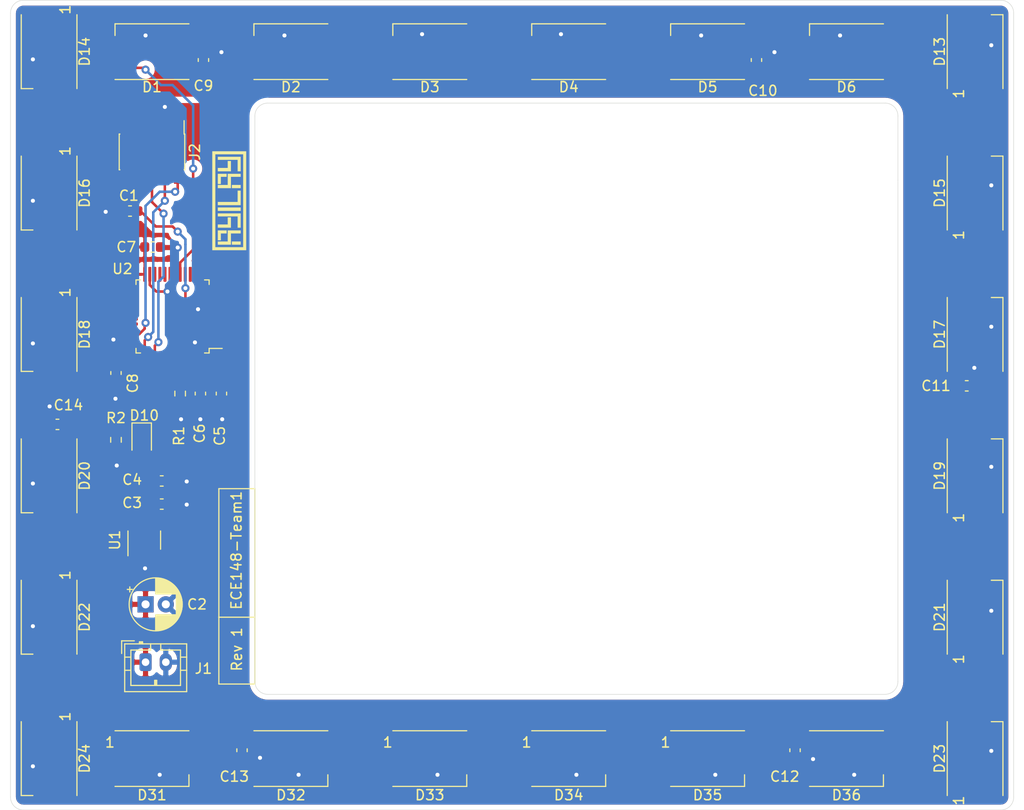
<source format=kicad_pcb>
(kicad_pcb (version 20171130) (host pcbnew 5.1.10)
  (layers (0 F.Cu signal) (31 B.Cu signal) (34 B.Paste user) (35 F.Paste user) (36 B.SilkS user) (37 F.SilkS user) (38 B.Mask user) (39 F.Mask user) (44 Edge.Cuts user))
  (net 0 "")
  (net 1 "Net-(D1-Pad2)")
  (net 2 /LED_DATA)
  (net 3 GND)
  (net 4 "Net-(D2-Pad2)")
  (net 5 "Net-(D3-Pad2)")
  (net 6 "Net-(D4-Pad2)")
  (net 7 "Net-(D5-Pad2)")
  (net 8 "Net-(D13-Pad2)")
  (net 9 "Net-(D14-Pad2)")
  (net 10 "Net-(D14-Pad4)")
  (net 11 "Net-(D15-Pad2)")
  (net 12 "Net-(D16-Pad4)")
  (net 13 "Net-(D17-Pad2)")
  (net 14 "Net-(D18-Pad4)")
  (net 15 "Net-(D19-Pad2)")
  (net 16 "Net-(D20-Pad4)")
  (net 17 "Net-(D21-Pad2)")
  (net 18 "Net-(D22-Pad4)")
  (net 19 "Net-(D23-Pad2)")
  (net 20 "Net-(D24-Pad4)")
  (net 21 "Net-(D31-Pad4)")
  (net 22 "Net-(D32-Pad4)")
  (net 23 "Net-(D33-Pad4)")
  (net 24 "Net-(D34-Pad4)")
  (net 25 "Net-(D35-Pad4)")
  (net 26 "Net-(D13-Pad4)")
  (net 27 VBUS)
  (net 28 "Net-(C3-Pad1)")
  (net 29 +3V3)
  (net 30 "Net-(D10-Pad1)")
  (net 31 /SWDIO)
  (net 32 /SWCLK)
  (net 33 /SWO)
  (net 34 "Net-(J2-Pad7)")
  (net 35 /nRST)
  (net 36 "Net-(R1-Pad2)")
  (net 37 "Net-(U2-Pad46)")
  (net 38 "Net-(U2-Pad45)")
  (net 39 "Net-(U2-Pad43)")
  (net 40 "Net-(U2-Pad42)")
  (net 41 "Net-(U2-Pad41)")
  (net 42 "Net-(U2-Pad40)")
  (net 43 "Net-(U2-Pad38)")
  (net 44 "Net-(U2-Pad33)")
  (net 45 "Net-(U2-Pad32)")
  (net 46 "Net-(U2-Pad31)")
  (net 47 "Net-(U2-Pad30)")
  (net 48 "Net-(U2-Pad29)")
  (net 49 "Net-(U2-Pad28)")
  (net 50 "Net-(U2-Pad27)")
  (net 51 "Net-(U2-Pad26)")
  (net 52 "Net-(U2-Pad25)")
  (net 53 "Net-(U2-Pad22)")
  (net 54 "Net-(U2-Pad21)")
  (net 55 "Net-(U2-Pad20)")
  (net 56 "Net-(U2-Pad19)")
  (net 57 "Net-(U2-Pad18)")
  (net 58 "Net-(U2-Pad16)")
  (net 59 "Net-(U2-Pad15)")
  (net 60 "Net-(U2-Pad14)")
  (net 61 "Net-(U2-Pad13)")
  (net 62 "Net-(U2-Pad12)")
  (net 63 "Net-(U2-Pad11)")
  (net 64 "Net-(U2-Pad10)")
  (net 65 "Net-(U2-Pad6)")
  (net 66 "Net-(U2-Pad5)")
  (net 67 "Net-(U2-Pad4)")
  (net 68 "Net-(U2-Pad3)")
  (net 69 "Net-(U2-Pad2)")
  (net 70 "Net-(J2-Pad9)")
  (net 71 "Net-(J2-Pad8)")
  (module logos:ayilay_logo_1300dpi (layer F.Cu) (at 53.34 47.752 90)
    (fp_text reference G*** hide)
    (fp_text value LOGO hide)
  )
  (module Package_QFP:LQFP-48_7x7mm_P0.5mm (layer F.Cu) (at 47.752 59.182 180)
    (fp_text reference U2 (at 4.953 4.699) (layer F.SilkS))
    (fp_text value STM32F103C8Tx)
    (pad 48 smd roundrect (at -2.75 -4.1625 180) (size 0.3 1.475) (layers F.Cu F.Paste F.Mask) (net 29 +3V3))
    (pad 47 smd roundrect (at -2.25 -4.1625 180) (size 0.3 1.475) (layers F.Cu F.Paste F.Mask) (net 3 GND))
    (pad 46 smd roundrect (at -1.75 -4.1625 180) (size 0.3 1.475) (layers F.Cu F.Paste F.Mask) (net 37 "Net-(U2-Pad46)"))
    (pad 45 smd roundrect (at -1.25 -4.1625 180) (size 0.3 1.475) (layers F.Cu F.Paste F.Mask) (net 38 "Net-(U2-Pad45)"))
    (pad 44 smd roundrect (at -0.75 -4.1625 180) (size 0.3 1.475) (layers F.Cu F.Paste F.Mask) (net 36 "Net-(R1-Pad2)"))
    (pad 43 smd roundrect (at -0.25 -4.1625 180) (size 0.3 1.475) (layers F.Cu F.Paste F.Mask) (net 39 "Net-(U2-Pad43)"))
    (pad 42 smd roundrect (at 0.25 -4.1625 180) (size 0.3 1.475) (layers F.Cu F.Paste F.Mask) (net 40 "Net-(U2-Pad42)"))
    (pad 41 smd roundrect (at 0.75 -4.1625 180) (size 0.3 1.475) (layers F.Cu F.Paste F.Mask) (net 41 "Net-(U2-Pad41)"))
    (pad 40 smd roundrect (at 1.25 -4.1625 180) (size 0.3 1.475) (layers F.Cu F.Paste F.Mask) (net 42 "Net-(U2-Pad40)"))
    (pad 39 smd roundrect (at 1.75 -4.1625 180) (size 0.3 1.475) (layers F.Cu F.Paste F.Mask) (net 33 /SWO))
    (pad 38 smd roundrect (at 2.25 -4.1625 180) (size 0.3 1.475) (layers F.Cu F.Paste F.Mask) (net 43 "Net-(U2-Pad38)"))
    (pad 37 smd roundrect (at 2.75 -4.1625 180) (size 0.3 1.475) (layers F.Cu F.Paste F.Mask) (net 32 /SWCLK))
    (pad 36 smd roundrect (at 4.1625 -2.75 180) (size 1.475 0.3) (layers F.Cu F.Paste F.Mask) (net 29 +3V3))
    (pad 35 smd roundrect (at 4.1625 -2.25 180) (size 1.475 0.3) (layers F.Cu F.Paste F.Mask) (net 3 GND))
    (pad 34 smd roundrect (at 4.1625 -1.75 180) (size 1.475 0.3) (layers F.Cu F.Paste F.Mask) (net 31 /SWDIO))
    (pad 33 smd roundrect (at 4.1625 -1.25 180) (size 1.475 0.3) (layers F.Cu F.Paste F.Mask) (net 44 "Net-(U2-Pad33)"))
    (pad 32 smd roundrect (at 4.1625 -0.75 180) (size 1.475 0.3) (layers F.Cu F.Paste F.Mask) (net 45 "Net-(U2-Pad32)"))
    (pad 31 smd roundrect (at 4.1625 -0.25 180) (size 1.475 0.3) (layers F.Cu F.Paste F.Mask) (net 46 "Net-(U2-Pad31)"))
    (pad 30 smd roundrect (at 4.1625 0.25 180) (size 1.475 0.3) (layers F.Cu F.Paste F.Mask) (net 47 "Net-(U2-Pad30)"))
    (pad 29 smd roundrect (at 4.1625 0.75 180) (size 1.475 0.3) (layers F.Cu F.Paste F.Mask) (net 48 "Net-(U2-Pad29)"))
    (pad 28 smd roundrect (at 4.1625 1.25 180) (size 1.475 0.3) (layers F.Cu F.Paste F.Mask) (net 49 "Net-(U2-Pad28)"))
    (pad 27 smd roundrect (at 4.1625 1.75 180) (size 1.475 0.3) (layers F.Cu F.Paste F.Mask) (net 50 "Net-(U2-Pad27)"))
    (pad 26 smd roundrect (at 4.1625 2.25 180) (size 1.475 0.3) (layers F.Cu F.Paste F.Mask) (net 51 "Net-(U2-Pad26)"))
    (pad 25 smd roundrect (at 4.1625 2.75 180) (size 1.475 0.3) (layers F.Cu F.Paste F.Mask) (net 52 "Net-(U2-Pad25)"))
    (pad 24 smd roundrect (at 2.75 4.1625 180) (size 0.3 1.475) (layers F.Cu F.Paste F.Mask) (net 29 +3V3))
    (pad 23 smd roundrect (at 2.25 4.1625 180) (size 0.3 1.475) (layers F.Cu F.Paste F.Mask) (net 3 GND))
    (pad 22 smd roundrect (at 1.75 4.1625 180) (size 0.3 1.475) (layers F.Cu F.Paste F.Mask) (net 53 "Net-(U2-Pad22)"))
    (pad 21 smd roundrect (at 1.25 4.1625 180) (size 0.3 1.475) (layers F.Cu F.Paste F.Mask) (net 54 "Net-(U2-Pad21)"))
    (pad 20 smd roundrect (at 0.75 4.1625 180) (size 0.3 1.475) (layers F.Cu F.Paste F.Mask) (net 55 "Net-(U2-Pad20)"))
    (pad 19 smd roundrect (at 0.25 4.1625 180) (size 0.3 1.475) (layers F.Cu F.Paste F.Mask) (net 56 "Net-(U2-Pad19)"))
    (pad 18 smd roundrect (at -0.25 4.1625 180) (size 0.3 1.475) (layers F.Cu F.Paste F.Mask) (net 57 "Net-(U2-Pad18)"))
    (pad 17 smd roundrect (at -0.75 4.1625 180) (size 0.3 1.475) (layers F.Cu F.Paste F.Mask) (net 2 /LED_DATA))
    (pad 16 smd roundrect (at -1.25 4.1625 180) (size 0.3 1.475) (layers F.Cu F.Paste F.Mask) (net 58 "Net-(U2-Pad16)"))
    (pad 15 smd roundrect (at -1.75 4.1625 180) (size 0.3 1.475) (layers F.Cu F.Paste F.Mask) (net 59 "Net-(U2-Pad15)"))
    (pad 14 smd roundrect (at -2.25 4.1625 180) (size 0.3 1.475) (layers F.Cu F.Paste F.Mask) (net 60 "Net-(U2-Pad14)"))
    (pad 13 smd roundrect (at -2.75 4.1625 180) (size 0.3 1.475) (layers F.Cu F.Paste F.Mask) (net 61 "Net-(U2-Pad13)"))
    (pad 12 smd roundrect (at -4.1625 2.75 180) (size 1.475 0.3) (layers F.Cu F.Paste F.Mask) (net 62 "Net-(U2-Pad12)"))
    (pad 11 smd roundrect (at -4.1625 2.25 180) (size 1.475 0.3) (layers F.Cu F.Paste F.Mask) (net 63 "Net-(U2-Pad11)"))
    (pad 10 smd roundrect (at -4.1625 1.75 180) (size 1.475 0.3) (layers F.Cu F.Paste F.Mask) (net 64 "Net-(U2-Pad10)"))
    (pad 9 smd roundrect (at -4.1625 1.25 180) (size 1.475 0.3) (layers F.Cu F.Paste F.Mask) (net 29 +3V3))
    (pad 8 smd roundrect (at -4.1625 0.75 180) (size 1.475 0.3) (layers F.Cu F.Paste F.Mask) (net 3 GND))
    (pad 7 smd roundrect (at -4.1625 0.25 180) (size 1.475 0.3) (layers F.Cu F.Paste F.Mask) (net 35 /nRST))
    (pad 6 smd roundrect (at -4.1625 -0.25 180) (size 1.475 0.3) (layers F.Cu F.Paste F.Mask) (net 65 "Net-(U2-Pad6)"))
    (pad 5 smd roundrect (at -4.1625 -0.75 180) (size 1.475 0.3) (layers F.Cu F.Paste F.Mask) (net 66 "Net-(U2-Pad5)"))
    (pad 4 smd roundrect (at -4.1625 -1.25 180) (size 1.475 0.3) (layers F.Cu F.Paste F.Mask) (net 67 "Net-(U2-Pad4)"))
    (pad 3 smd roundrect (at -4.1625 -1.75 180) (size 1.475 0.3) (layers F.Cu F.Paste F.Mask) (net 68 "Net-(U2-Pad3)"))
    (pad 2 smd roundrect (at -4.1625 -2.25 180) (size 1.475 0.3) (layers F.Cu F.Paste F.Mask) (net 69 "Net-(U2-Pad2)"))
    (pad 1 smd roundrect (at -4.1625 -2.75 180) (size 1.475 0.3) (layers F.Cu F.Paste F.Mask) (net 29 +3V3))
  )
  (module Connector_PinHeader_1.27mm:PinHeader_2x05_P1.27mm_Vertical_SMD (layer F.Cu) (at 45.72 42.926 270)
    (fp_text reference J2 (at 0 -4.235 90) (layer F.SilkS))
    (fp_text value Conn_02x05_Odd_Even)
    (pad 10 smd rect (at 1.95 2.54 270) (size 2.4 0.74) (layers F.Cu F.Paste F.Mask) (net 35 /nRST))
    (pad 9 smd rect (at -1.95 2.54 270) (size 2.4 0.74) (layers F.Cu F.Paste F.Mask) (net 70 "Net-(J2-Pad9)"))
    (pad 8 smd rect (at 1.95 1.27 270) (size 2.4 0.74) (layers F.Cu F.Paste F.Mask) (net 71 "Net-(J2-Pad8)"))
    (pad 7 smd rect (at -1.95 1.27 270) (size 2.4 0.74) (layers F.Cu F.Paste F.Mask) (net 34 "Net-(J2-Pad7)"))
    (pad 6 smd rect (at 1.95 0 270) (size 2.4 0.74) (layers F.Cu F.Paste F.Mask) (net 33 /SWO))
    (pad 5 smd rect (at -1.95 0 270) (size 2.4 0.74) (layers F.Cu F.Paste F.Mask) (net 3 GND))
    (pad 4 smd rect (at 1.95 -1.27 270) (size 2.4 0.74) (layers F.Cu F.Paste F.Mask) (net 32 /SWCLK))
    (pad 3 smd rect (at -1.95 -1.27 270) (size 2.4 0.74) (layers F.Cu F.Paste F.Mask) (net 3 GND))
    (pad 2 smd rect (at 1.95 -2.54 270) (size 2.4 0.74) (layers F.Cu F.Paste F.Mask) (net 31 /SWDIO))
    (pad 1 smd rect (at -1.95 -2.54 270) (size 2.4 0.74) (layers F.Cu F.Paste F.Mask) (net 29 +3V3))
  )
  (module LED_SMD:LED_WS2812B_PLCC4_5.0x5.0mm_P3.2mm (layer F.Cu) (at 86.868 102.87)
    (fp_text reference D34 (at 0 3.612) (layer F.SilkS))
    (fp_text value WS2812B)
    (fp_text user 1 (at -4.15 -1.6) (layer F.SilkS))
    (pad 1 smd rect (at -2.45 -1.6) (size 1.5 1) (layers F.Cu F.Paste F.Mask) (net 27 VBUS))
    (pad 2 smd rect (at -2.45 1.6) (size 1.5 1) (layers F.Cu F.Paste F.Mask) (net 23 "Net-(D33-Pad4)"))
    (pad 4 smd rect (at 2.45 -1.6) (size 1.5 1) (layers F.Cu F.Paste F.Mask) (net 24 "Net-(D34-Pad4)"))
    (pad 3 smd rect (at 2.45 1.6) (size 1.5 1) (layers F.Cu F.Paste F.Mask) (net 3 GND))
  )
  (module LED_SMD:LED_WS2812B_PLCC4_5.0x5.0mm_P3.2mm (layer F.Cu) (at 100.584 102.87)
    (fp_text reference D35 (at 0 3.612) (layer F.SilkS))
    (fp_text value WS2812B)
    (fp_text user 1 (at -4.15 -1.6) (layer F.SilkS))
    (pad 1 smd rect (at -2.45 -1.6) (size 1.5 1) (layers F.Cu F.Paste F.Mask) (net 27 VBUS))
    (pad 2 smd rect (at -2.45 1.6) (size 1.5 1) (layers F.Cu F.Paste F.Mask) (net 24 "Net-(D34-Pad4)"))
    (pad 4 smd rect (at 2.45 -1.6) (size 1.5 1) (layers F.Cu F.Paste F.Mask) (net 25 "Net-(D35-Pad4)"))
    (pad 3 smd rect (at 2.45 1.6) (size 1.5 1) (layers F.Cu F.Paste F.Mask) (net 3 GND))
  )
  (module LED_SMD:LED_WS2812B_PLCC4_5.0x5.0mm_P3.2mm (layer F.Cu) (at 73.152 102.87)
    (fp_text reference D33 (at 0 3.612) (layer F.SilkS))
    (fp_text value WS2812B)
    (fp_text user 1 (at -4.15 -1.6) (layer F.SilkS))
    (pad 1 smd rect (at -2.45 -1.6) (size 1.5 1) (layers F.Cu F.Paste F.Mask) (net 27 VBUS))
    (pad 2 smd rect (at -2.45 1.6) (size 1.5 1) (layers F.Cu F.Paste F.Mask) (net 22 "Net-(D32-Pad4)"))
    (pad 4 smd rect (at 2.45 -1.6) (size 1.5 1) (layers F.Cu F.Paste F.Mask) (net 23 "Net-(D33-Pad4)"))
    (pad 3 smd rect (at 2.45 1.6) (size 1.5 1) (layers F.Cu F.Paste F.Mask) (net 3 GND))
  )
  (module Capacitor_SMD:C_0603_1608Metric (layer F.Cu) (at 36.385 69.85 180)
    (fp_text reference C14 (at -1.08 1.905) (layer F.SilkS))
    (fp_text value 1u)
    (pad 2 smd roundrect (at 0.775 0 180) (size 0.9 0.95) (layers F.Cu F.Paste F.Mask) (net 3 GND))
    (pad 1 smd roundrect (at -0.775 0 180) (size 0.9 0.95) (layers F.Cu F.Paste F.Mask) (net 27 VBUS))
  )
  (module Capacitor_SMD:C_0603_1608Metric (layer F.Cu) (at 54.61 102.045 270)
    (fp_text reference C13 (at 2.603 0.762 180) (layer F.SilkS))
    (fp_text value 1u)
    (pad 2 smd roundrect (at 0.775 0 270) (size 0.9 0.95) (layers F.Cu F.Paste F.Mask) (net 3 GND))
    (pad 1 smd roundrect (at -0.775 0 270) (size 0.9 0.95) (layers F.Cu F.Paste F.Mask) (net 27 VBUS))
  )
  (module Capacitor_SMD:C_0603_1608Metric (layer F.Cu) (at 109.22 102.045 270)
    (fp_text reference C12 (at 2.603 1.016 180) (layer F.SilkS))
    (fp_text value 1u)
    (pad 2 smd roundrect (at 0.775 0 270) (size 0.9 0.95) (layers F.Cu F.Paste F.Mask) (net 3 GND))
    (pad 1 smd roundrect (at -0.775 0 270) (size 0.9 0.95) (layers F.Cu F.Paste F.Mask) (net 27 VBUS))
  )
  (module Capacitor_SMD:C_0603_1608Metric (layer F.Cu) (at 126.175 66.04)
    (fp_text reference C11 (at -3.035 0) (layer F.SilkS))
    (fp_text value 1u)
    (pad 2 smd roundrect (at 0.775 0) (size 0.9 0.95) (layers F.Cu F.Paste F.Mask) (net 3 GND))
    (pad 1 smd roundrect (at -0.775 0) (size 0.9 0.95) (layers F.Cu F.Paste F.Mask) (net 27 VBUS))
  )
  (module Capacitor_SMD:C_0603_1608Metric (layer F.Cu) (at 105.41 33.845 90)
    (fp_text reference C10 (at -3.035 0.635 180) (layer F.SilkS))
    (fp_text value 1u)
    (pad 2 smd roundrect (at 0.775 0 90) (size 0.9 0.95) (layers F.Cu F.Paste F.Mask) (net 3 GND))
    (pad 1 smd roundrect (at -0.775 0 90) (size 0.9 0.95) (layers F.Cu F.Paste F.Mask) (net 27 VBUS))
  )
  (module Capacitor_THT:CP_Radial_D5.0mm_P2.00mm (layer F.Cu) (at 45.085 87.63)
    (fp_text reference C2 (at 5.08 0) (layer F.SilkS))
    (fp_text value 100u)
    (pad 2 thru_hole circle (at 2 0) (size 1.6 1.6) (drill 0.8) (layers *.Cu *.Mask) (net 3 GND))
    (pad 1 thru_hole rect (at 0 0) (size 1.6 1.6) (drill 0.8) (layers *.Cu *.Mask) (net 27 VBUS))
  )
  (module Capacitor_SMD:C_0603_1608Metric (layer F.Cu) (at 50.8 33.845 90)
    (fp_text reference C9 (at -2.54 0 180) (layer F.SilkS))
    (fp_text value 1u)
    (pad 2 smd roundrect (at 0.775 0 90) (size 0.9 0.95) (layers F.Cu F.Paste F.Mask) (net 3 GND))
    (pad 1 smd roundrect (at -0.775 0 90) (size 0.9 0.95) (layers F.Cu F.Paste F.Mask) (net 27 VBUS))
  )
  (module Package_TO_SOT_SMD:SOT-23-5 (layer F.Cu) (at 44.958 81.28 90)
    (fp_text reference U1 (at 0 -2.9 90) (layer F.SilkS))
    (fp_text value MIC5219-3.3YM5)
    (pad 5 smd rect (at 1.1 -0.95 90) (size 1.06 0.65) (layers F.Cu F.Paste F.Mask) (net 29 +3V3))
    (pad 4 smd rect (at 1.1 0.95 90) (size 1.06 0.65) (layers F.Cu F.Paste F.Mask) (net 28 "Net-(C3-Pad1)"))
    (pad 3 smd rect (at -1.1 0.95 90) (size 1.06 0.65) (layers F.Cu F.Paste F.Mask) (net 27 VBUS))
    (pad 2 smd rect (at -1.1 0 90) (size 1.06 0.65) (layers F.Cu F.Paste F.Mask) (net 3 GND))
    (pad 1 smd rect (at -1.1 -0.95 90) (size 1.06 0.65) (layers F.Cu F.Paste F.Mask) (net 27 VBUS))
  )
  (module Resistor_SMD:R_0603_1608Metric (layer F.Cu) (at 42.164 71.374 270)
    (fp_text reference R2 (at -2.159 0) (layer F.SilkS))
    (fp_text value 1K)
    (pad 2 smd roundrect (at 0.825 0 270) (size 0.8 0.95) (layers F.Cu F.Paste F.Mask) (net 3 GND))
    (pad 1 smd roundrect (at -0.825 0 270) (size 0.8 0.95) (layers F.Cu F.Paste F.Mask) (net 30 "Net-(D10-Pad1)"))
  )
  (module Resistor_SMD:R_0603_1608Metric (layer F.Cu) (at 48.502 66.802 90)
    (fp_text reference R1 (at -4.191 -0.115 90) (layer F.SilkS))
    (fp_text value 10K)
    (pad 2 smd roundrect (at 0.825 0 90) (size 0.8 0.95) (layers F.Cu F.Paste F.Mask) (net 36 "Net-(R1-Pad2)"))
    (pad 1 smd roundrect (at -0.825 0 90) (size 0.8 0.95) (layers F.Cu F.Paste F.Mask) (net 3 GND))
  )
  (module Connector_JST:JST_PH_B2B-PH-K_1x02_P2.00mm_Vertical (layer F.Cu) (at 45.085 93.345)
    (fp_text reference J1 (at 5.715 0.635) (layer F.SilkS))
    (fp_text value Conn_01x02)
    (pad 2 thru_hole oval (at 2 0) (size 1.2 1.75) (drill 0.75) (layers *.Cu *.Mask) (net 3 GND))
    (pad 1 thru_hole roundrect (at 0 0) (size 1.2 1.75) (drill 0.75) (layers *.Cu *.Mask) (roundrect_rratio 0.2083325) (net 27 VBUS))
  )
  (module LED_SMD:LED_0805_2012Metric (layer F.Cu) (at 44.704 71.394 270)
    (fp_text reference D10 (at -2.433 -0.254 180) (layer F.SilkS))
    (fp_text value LED)
    (pad 2 smd roundrect (at 0.9375 0 270) (size 0.975 1.4) (layers F.Cu F.Paste F.Mask) (net 29 +3V3))
    (pad 1 smd roundrect (at -0.9375 0 270) (size 0.975 1.4) (layers F.Cu F.Paste F.Mask) (net 30 "Net-(D10-Pad1)"))
  )
  (module Capacitor_SMD:C_0603_1608Metric (layer F.Cu) (at 42.164 64.77 270)
    (fp_text reference C8 (at 1.016 -1.651 90) (layer F.SilkS))
    (fp_text value 100n)
    (pad 2 smd roundrect (at 0.775 0 270) (size 0.9 0.95) (layers F.Cu F.Paste F.Mask) (net 3 GND))
    (pad 1 smd roundrect (at -0.775 0 270) (size 0.9 0.95) (layers F.Cu F.Paste F.Mask) (net 29 +3V3))
  )
  (module Capacitor_SMD:C_0603_1608Metric (layer F.Cu) (at 45.777 52.324)
    (fp_text reference C7 (at -2.597 0) (layer F.SilkS))
    (fp_text value 100n)
    (pad 2 smd roundrect (at 0.775 0) (size 0.9 0.95) (layers F.Cu F.Paste F.Mask) (net 3 GND))
    (pad 1 smd roundrect (at -0.775 0) (size 0.9 0.95) (layers F.Cu F.Paste F.Mask) (net 29 +3V3))
  )
  (module Capacitor_SMD:C_0603_1608Metric (layer F.Cu) (at 50.502 66.802 270)
    (fp_text reference C6 (at 3.937 0.083 90) (layer F.SilkS))
    (fp_text value 100n)
    (pad 2 smd roundrect (at 0.775 0 270) (size 0.9 0.95) (layers F.Cu F.Paste F.Mask) (net 3 GND))
    (pad 1 smd roundrect (at -0.775 0 270) (size 0.9 0.95) (layers F.Cu F.Paste F.Mask) (net 29 +3V3))
  )
  (module Capacitor_SMD:C_0603_1608Metric (layer F.Cu) (at 52.578 66.802 270)
    (fp_text reference C5 (at 4.191 0.171 90) (layer F.SilkS))
    (fp_text value 100n)
    (pad 2 smd roundrect (at 0.775 0 270) (size 0.9 0.95) (layers F.Cu F.Paste F.Mask) (net 3 GND))
    (pad 1 smd roundrect (at -0.775 0 270) (size 0.9 0.95) (layers F.Cu F.Paste F.Mask) (net 29 +3V3))
  )
  (module Capacitor_SMD:C_0603_1608Metric (layer F.Cu) (at 46.683 75.438)
    (fp_text reference C4 (at -2.921 -0.127) (layer F.SilkS))
    (fp_text value 2.2u)
    (pad 2 smd roundrect (at 0.775 0) (size 0.9 0.95) (layers F.Cu F.Paste F.Mask) (net 3 GND))
    (pad 1 smd roundrect (at -0.775 0) (size 0.9 0.95) (layers F.Cu F.Paste F.Mask) (net 29 +3V3))
  )
  (module Capacitor_SMD:C_0603_1608Metric (layer F.Cu) (at 46.683 77.724)
    (fp_text reference C3 (at -2.921 -0.127) (layer F.SilkS))
    (fp_text value 470p)
    (pad 2 smd roundrect (at 0.775 0) (size 0.9 0.95) (layers F.Cu F.Paste F.Mask) (net 3 GND))
    (pad 1 smd roundrect (at -0.775 0) (size 0.9 0.95) (layers F.Cu F.Paste F.Mask) (net 28 "Net-(C3-Pad1)"))
  )
  (module Capacitor_SMD:C_0603_1608Metric (layer F.Cu) (at 43.552 48.768 180)
    (fp_text reference C1 (at 0.118 1.524) (layer F.SilkS))
    (fp_text value 100n)
    (pad 2 smd roundrect (at 0.775 0 180) (size 0.9 0.95) (layers F.Cu F.Paste F.Mask) (net 3 GND))
    (pad 1 smd roundrect (at -0.775 0 180) (size 0.9 0.95) (layers F.Cu F.Paste F.Mask) (net 35 /nRST))
  )
  (module LED_SMD:LED_WS2812B_PLCC4_5.0x5.0mm_P3.2mm (layer F.Cu) (at 114.3 102.87)
    (fp_text reference D36 (at 0 3.612) (layer F.SilkS))
    (fp_text value WS2812B)
    (pad 1 smd rect (at -2.45 -1.6) (size 1.5 1) (layers F.Cu F.Paste F.Mask) (net 27 VBUS))
    (pad 2 smd rect (at -2.45 1.6) (size 1.5 1) (layers F.Cu F.Paste F.Mask) (net 25 "Net-(D35-Pad4)"))
    (pad 4 smd rect (at 2.45 -1.6) (size 1.5 1) (layers F.Cu F.Paste F.Mask) (net 19 "Net-(D23-Pad2)"))
    (pad 3 smd rect (at 2.45 1.6) (size 1.5 1) (layers F.Cu F.Paste F.Mask) (net 3 GND))
  )
  (module LED_SMD:LED_WS2812B_PLCC4_5.0x5.0mm_P3.2mm (layer F.Cu) (at 59.436 102.87)
    (fp_text reference D32 (at 0 3.612) (layer F.SilkS))
    (fp_text value WS2812B)
    (pad 1 smd rect (at -2.45 -1.6) (size 1.5 1) (layers F.Cu F.Paste F.Mask) (net 27 VBUS))
    (pad 2 smd rect (at -2.45 1.6) (size 1.5 1) (layers F.Cu F.Paste F.Mask) (net 21 "Net-(D31-Pad4)"))
    (pad 4 smd rect (at 2.45 -1.6) (size 1.5 1) (layers F.Cu F.Paste F.Mask) (net 22 "Net-(D32-Pad4)"))
    (pad 3 smd rect (at 2.45 1.6) (size 1.5 1) (layers F.Cu F.Paste F.Mask) (net 3 GND))
  )
  (module LED_SMD:LED_WS2812B_PLCC4_5.0x5.0mm_P3.2mm (layer F.Cu) (at 45.72 102.87)
    (fp_text reference D31 (at 0 3.612) (layer F.SilkS))
    (fp_text value WS2812B)
    (fp_text user 1 (at -4.15 -1.6) (layer F.SilkS))
    (pad 1 smd rect (at -2.45 -1.6) (size 1.5 1) (layers F.Cu F.Paste F.Mask) (net 27 VBUS))
    (pad 2 smd rect (at -2.45 1.6) (size 1.5 1) (layers F.Cu F.Paste F.Mask) (net 20 "Net-(D24-Pad4)"))
    (pad 4 smd rect (at 2.45 -1.6) (size 1.5 1) (layers F.Cu F.Paste F.Mask) (net 21 "Net-(D31-Pad4)"))
    (pad 3 smd rect (at 2.45 1.6) (size 1.5 1) (layers F.Cu F.Paste F.Mask) (net 3 GND))
  )
  (module LED_SMD:LED_WS2812B_PLCC4_5.0x5.0mm_P3.2mm (layer F.Cu) (at 35.56 102.87 270)
    (fp_text reference D24 (at 0 -3.5 90) (layer F.SilkS))
    (fp_text value WS2812B)
    (fp_text user 1 (at -4.15 -1.6 90) (layer F.SilkS))
    (pad 1 smd rect (at -2.45 -1.6 270) (size 1.5 1) (layers F.Cu F.Paste F.Mask) (net 27 VBUS))
    (pad 2 smd rect (at -2.45 1.6 270) (size 1.5 1) (layers F.Cu F.Paste F.Mask) (net 18 "Net-(D22-Pad4)"))
    (pad 4 smd rect (at 2.45 -1.6 270) (size 1.5 1) (layers F.Cu F.Paste F.Mask) (net 20 "Net-(D24-Pad4)"))
    (pad 3 smd rect (at 2.45 1.6 270) (size 1.5 1) (layers F.Cu F.Paste F.Mask) (net 3 GND))
  )
  (module LED_SMD:LED_WS2812B_PLCC4_5.0x5.0mm_P3.2mm (layer F.Cu) (at 127 102.87 90)
    (fp_text reference D23 (at 0 -3.5 90) (layer F.SilkS))
    (fp_text value WS2812B)
    (fp_text user 1 (at -4.15 -1.6 90) (layer F.SilkS))
    (pad 1 smd rect (at -2.45 -1.6 90) (size 1.5 1) (layers F.Cu F.Paste F.Mask) (net 27 VBUS))
    (pad 2 smd rect (at -2.45 1.6 90) (size 1.5 1) (layers F.Cu F.Paste F.Mask) (net 19 "Net-(D23-Pad2)"))
    (pad 4 smd rect (at 2.45 -1.6 90) (size 1.5 1) (layers F.Cu F.Paste F.Mask) (net 17 "Net-(D21-Pad2)"))
    (pad 3 smd rect (at 2.45 1.6 90) (size 1.5 1) (layers F.Cu F.Paste F.Mask) (net 3 GND))
  )
  (module LED_SMD:LED_WS2812B_PLCC4_5.0x5.0mm_P3.2mm (layer F.Cu) (at 35.56 88.9 270)
    (fp_text reference D22 (at 0 -3.5 90) (layer F.SilkS))
    (fp_text value WS2812B)
    (fp_text user 1 (at -4.15 -1.6 90) (layer F.SilkS))
    (pad 1 smd rect (at -2.45 -1.6 270) (size 1.5 1) (layers F.Cu F.Paste F.Mask) (net 27 VBUS))
    (pad 2 smd rect (at -2.45 1.6 270) (size 1.5 1) (layers F.Cu F.Paste F.Mask) (net 16 "Net-(D20-Pad4)"))
    (pad 4 smd rect (at 2.45 -1.6 270) (size 1.5 1) (layers F.Cu F.Paste F.Mask) (net 18 "Net-(D22-Pad4)"))
    (pad 3 smd rect (at 2.45 1.6 270) (size 1.5 1) (layers F.Cu F.Paste F.Mask) (net 3 GND))
  )
  (module LED_SMD:LED_WS2812B_PLCC4_5.0x5.0mm_P3.2mm (layer F.Cu) (at 127 88.9 90)
    (fp_text reference D21 (at 0 -3.5 90) (layer F.SilkS))
    (fp_text value WS2812B)
    (fp_text user 1 (at -4.15 -1.6 90) (layer F.SilkS))
    (pad 1 smd rect (at -2.45 -1.6 90) (size 1.5 1) (layers F.Cu F.Paste F.Mask) (net 27 VBUS))
    (pad 2 smd rect (at -2.45 1.6 90) (size 1.5 1) (layers F.Cu F.Paste F.Mask) (net 17 "Net-(D21-Pad2)"))
    (pad 4 smd rect (at 2.45 -1.6 90) (size 1.5 1) (layers F.Cu F.Paste F.Mask) (net 15 "Net-(D19-Pad2)"))
    (pad 3 smd rect (at 2.45 1.6 90) (size 1.5 1) (layers F.Cu F.Paste F.Mask) (net 3 GND))
  )
  (module LED_SMD:LED_WS2812B_PLCC4_5.0x5.0mm_P3.2mm (layer F.Cu) (at 35.56 74.93 270)
    (fp_text reference D20 (at 0 -3.5 90) (layer F.SilkS))
    (fp_text value WS2812B)
    (pad 1 smd rect (at -2.45 -1.6 270) (size 1.5 1) (layers F.Cu F.Paste F.Mask) (net 27 VBUS))
    (pad 2 smd rect (at -2.45 1.6 270) (size 1.5 1) (layers F.Cu F.Paste F.Mask) (net 14 "Net-(D18-Pad4)"))
    (pad 4 smd rect (at 2.45 -1.6 270) (size 1.5 1) (layers F.Cu F.Paste F.Mask) (net 16 "Net-(D20-Pad4)"))
    (pad 3 smd rect (at 2.45 1.6 270) (size 1.5 1) (layers F.Cu F.Paste F.Mask) (net 3 GND))
  )
  (module LED_SMD:LED_WS2812B_PLCC4_5.0x5.0mm_P3.2mm (layer F.Cu) (at 127 74.93 90)
    (fp_text reference D19 (at 0 -3.5 90) (layer F.SilkS))
    (fp_text value WS2812B)
    (fp_text user 1 (at -4.15 -1.6 90) (layer F.SilkS))
    (pad 1 smd rect (at -2.45 -1.6 90) (size 1.5 1) (layers F.Cu F.Paste F.Mask) (net 27 VBUS))
    (pad 2 smd rect (at -2.45 1.6 90) (size 1.5 1) (layers F.Cu F.Paste F.Mask) (net 15 "Net-(D19-Pad2)"))
    (pad 4 smd rect (at 2.45 -1.6 90) (size 1.5 1) (layers F.Cu F.Paste F.Mask) (net 13 "Net-(D17-Pad2)"))
    (pad 3 smd rect (at 2.45 1.6 90) (size 1.5 1) (layers F.Cu F.Paste F.Mask) (net 3 GND))
  )
  (module LED_SMD:LED_WS2812B_PLCC4_5.0x5.0mm_P3.2mm (layer F.Cu) (at 35.56 60.96 270)
    (fp_text reference D18 (at 0 -3.5 90) (layer F.SilkS))
    (fp_text value WS2812B)
    (fp_text user 1 (at -4.15 -1.6 90) (layer F.SilkS))
    (pad 1 smd rect (at -2.45 -1.6 270) (size 1.5 1) (layers F.Cu F.Paste F.Mask) (net 27 VBUS))
    (pad 2 smd rect (at -2.45 1.6 270) (size 1.5 1) (layers F.Cu F.Paste F.Mask) (net 12 "Net-(D16-Pad4)"))
    (pad 4 smd rect (at 2.45 -1.6 270) (size 1.5 1) (layers F.Cu F.Paste F.Mask) (net 14 "Net-(D18-Pad4)"))
    (pad 3 smd rect (at 2.45 1.6 270) (size 1.5 1) (layers F.Cu F.Paste F.Mask) (net 3 GND))
  )
  (module LED_SMD:LED_WS2812B_PLCC4_5.0x5.0mm_P3.2mm (layer F.Cu) (at 127 60.96 90)
    (fp_text reference D17 (at 0 -3.5 90) (layer F.SilkS))
    (fp_text value WS2812B)
    (pad 1 smd rect (at -2.45 -1.6 90) (size 1.5 1) (layers F.Cu F.Paste F.Mask) (net 27 VBUS))
    (pad 2 smd rect (at -2.45 1.6 90) (size 1.5 1) (layers F.Cu F.Paste F.Mask) (net 13 "Net-(D17-Pad2)"))
    (pad 4 smd rect (at 2.45 -1.6 90) (size 1.5 1) (layers F.Cu F.Paste F.Mask) (net 11 "Net-(D15-Pad2)"))
    (pad 3 smd rect (at 2.45 1.6 90) (size 1.5 1) (layers F.Cu F.Paste F.Mask) (net 3 GND))
  )
  (module LED_SMD:LED_WS2812B_PLCC4_5.0x5.0mm_P3.2mm (layer F.Cu) (at 35.56 46.99 270)
    (fp_text reference D16 (at 0 -3.5 90) (layer F.SilkS))
    (fp_text value WS2812B)
    (fp_text user 1 (at -4.15 -1.6 90) (layer F.SilkS))
    (pad 1 smd rect (at -2.45 -1.6 270) (size 1.5 1) (layers F.Cu F.Paste F.Mask) (net 27 VBUS))
    (pad 2 smd rect (at -2.45 1.6 270) (size 1.5 1) (layers F.Cu F.Paste F.Mask) (net 10 "Net-(D14-Pad4)"))
    (pad 4 smd rect (at 2.45 -1.6 270) (size 1.5 1) (layers F.Cu F.Paste F.Mask) (net 12 "Net-(D16-Pad4)"))
    (pad 3 smd rect (at 2.45 1.6 270) (size 1.5 1) (layers F.Cu F.Paste F.Mask) (net 3 GND))
  )
  (module LED_SMD:LED_WS2812B_PLCC4_5.0x5.0mm_P3.2mm (layer F.Cu) (at 127 46.99 90)
    (fp_text reference D15 (at 0 -3.5 90) (layer F.SilkS))
    (fp_text value WS2812B)
    (fp_text user 1 (at -4.15 -1.6 90) (layer F.SilkS))
    (pad 1 smd rect (at -2.45 -1.6 90) (size 1.5 1) (layers F.Cu F.Paste F.Mask) (net 27 VBUS))
    (pad 2 smd rect (at -2.45 1.6 90) (size 1.5 1) (layers F.Cu F.Paste F.Mask) (net 11 "Net-(D15-Pad2)"))
    (pad 4 smd rect (at 2.45 -1.6 90) (size 1.5 1) (layers F.Cu F.Paste F.Mask) (net 8 "Net-(D13-Pad2)"))
    (pad 3 smd rect (at 2.45 1.6 90) (size 1.5 1) (layers F.Cu F.Paste F.Mask) (net 3 GND))
  )
  (module LED_SMD:LED_WS2812B_PLCC4_5.0x5.0mm_P3.2mm (layer F.Cu) (at 35.56 33.02 270)
    (fp_text reference D14 (at 0 -3.5 90) (layer F.SilkS))
    (fp_text value WS2812B)
    (fp_text user 1 (at -4.15 -1.6 90) (layer F.SilkS))
    (pad 1 smd rect (at -2.45 -1.6 270) (size 1.5 1) (layers F.Cu F.Paste F.Mask) (net 27 VBUS))
    (pad 2 smd rect (at -2.45 1.6 270) (size 1.5 1) (layers F.Cu F.Paste F.Mask) (net 9 "Net-(D14-Pad2)"))
    (pad 4 smd rect (at 2.45 -1.6 270) (size 1.5 1) (layers F.Cu F.Paste F.Mask) (net 10 "Net-(D14-Pad4)"))
    (pad 3 smd rect (at 2.45 1.6 270) (size 1.5 1) (layers F.Cu F.Paste F.Mask) (net 3 GND))
  )
  (module LED_SMD:LED_WS2812B_PLCC4_5.0x5.0mm_P3.2mm (layer F.Cu) (at 127 33.02 90)
    (fp_text reference D13 (at 0 -3.5 90) (layer F.SilkS))
    (fp_text value WS2812B)
    (fp_text user 1 (at -4.15 -1.6 90) (layer F.SilkS))
    (pad 1 smd rect (at -2.45 -1.6 90) (size 1.5 1) (layers F.Cu F.Paste F.Mask) (net 27 VBUS))
    (pad 2 smd rect (at -2.45 1.6 90) (size 1.5 1) (layers F.Cu F.Paste F.Mask) (net 8 "Net-(D13-Pad2)"))
    (pad 4 smd rect (at 2.45 -1.6 90) (size 1.5 1) (layers F.Cu F.Paste F.Mask) (net 26 "Net-(D13-Pad4)"))
    (pad 3 smd rect (at 2.45 1.6 90) (size 1.5 1) (layers F.Cu F.Paste F.Mask) (net 3 GND))
  )
  (module LED_SMD:LED_WS2812B_PLCC4_5.0x5.0mm_P3.2mm (layer F.Cu) (at 114.3 33.02 180)
    (fp_text reference D6 (at 0 -3.5) (layer F.SilkS))
    (fp_text value WS2812B)
    (pad 1 smd rect (at -2.45 -1.6 180) (size 1.5 1) (layers F.Cu F.Paste F.Mask) (net 27 VBUS))
    (pad 2 smd rect (at -2.45 1.6 180) (size 1.5 1) (layers F.Cu F.Paste F.Mask) (net 26 "Net-(D13-Pad4)"))
    (pad 4 smd rect (at 2.45 -1.6 180) (size 1.5 1) (layers F.Cu F.Paste F.Mask) (net 7 "Net-(D5-Pad2)"))
    (pad 3 smd rect (at 2.45 1.6 180) (size 1.5 1) (layers F.Cu F.Paste F.Mask) (net 3 GND))
  )
  (module LED_SMD:LED_WS2812B_PLCC4_5.0x5.0mm_P3.2mm (layer F.Cu) (at 100.584 33.02 180)
    (fp_text reference D5 (at 0 -3.5) (layer F.SilkS))
    (fp_text value WS2812B)
    (pad 1 smd rect (at -2.45 -1.6 180) (size 1.5 1) (layers F.Cu F.Paste F.Mask) (net 27 VBUS))
    (pad 2 smd rect (at -2.45 1.6 180) (size 1.5 1) (layers F.Cu F.Paste F.Mask) (net 7 "Net-(D5-Pad2)"))
    (pad 4 smd rect (at 2.45 -1.6 180) (size 1.5 1) (layers F.Cu F.Paste F.Mask) (net 6 "Net-(D4-Pad2)"))
    (pad 3 smd rect (at 2.45 1.6 180) (size 1.5 1) (layers F.Cu F.Paste F.Mask) (net 3 GND))
  )
  (module LED_SMD:LED_WS2812B_PLCC4_5.0x5.0mm_P3.2mm (layer F.Cu) (at 86.868 33.02 180)
    (fp_text reference D4 (at 0 -3.5) (layer F.SilkS))
    (fp_text value WS2812B)
    (pad 1 smd rect (at -2.45 -1.6 180) (size 1.5 1) (layers F.Cu F.Paste F.Mask) (net 27 VBUS))
    (pad 2 smd rect (at -2.45 1.6 180) (size 1.5 1) (layers F.Cu F.Paste F.Mask) (net 6 "Net-(D4-Pad2)"))
    (pad 4 smd rect (at 2.45 -1.6 180) (size 1.5 1) (layers F.Cu F.Paste F.Mask) (net 5 "Net-(D3-Pad2)"))
    (pad 3 smd rect (at 2.45 1.6 180) (size 1.5 1) (layers F.Cu F.Paste F.Mask) (net 3 GND))
  )
  (module LED_SMD:LED_WS2812B_PLCC4_5.0x5.0mm_P3.2mm (layer F.Cu) (at 73.152 33.02 180)
    (fp_text reference D3 (at 0 -3.5) (layer F.SilkS))
    (fp_text value WS2812B)
    (pad 1 smd rect (at -2.45 -1.6 180) (size 1.5 1) (layers F.Cu F.Paste F.Mask) (net 27 VBUS))
    (pad 2 smd rect (at -2.45 1.6 180) (size 1.5 1) (layers F.Cu F.Paste F.Mask) (net 5 "Net-(D3-Pad2)"))
    (pad 4 smd rect (at 2.45 -1.6 180) (size 1.5 1) (layers F.Cu F.Paste F.Mask) (net 4 "Net-(D2-Pad2)"))
    (pad 3 smd rect (at 2.45 1.6 180) (size 1.5 1) (layers F.Cu F.Paste F.Mask) (net 3 GND))
  )
  (module LED_SMD:LED_WS2812B_PLCC4_5.0x5.0mm_P3.2mm (layer F.Cu) (at 59.436 33.02 180)
    (fp_text reference D2 (at 0 -3.5) (layer F.SilkS))
    (fp_text value WS2812B)
    (pad 1 smd rect (at -2.45 -1.6 180) (size 1.5 1) (layers F.Cu F.Paste F.Mask) (net 27 VBUS))
    (pad 2 smd rect (at -2.45 1.6 180) (size 1.5 1) (layers F.Cu F.Paste F.Mask) (net 4 "Net-(D2-Pad2)"))
    (pad 4 smd rect (at 2.45 -1.6 180) (size 1.5 1) (layers F.Cu F.Paste F.Mask) (net 1 "Net-(D1-Pad2)"))
    (pad 3 smd rect (at 2.45 1.6 180) (size 1.5 1) (layers F.Cu F.Paste F.Mask) (net 3 GND))
  )
  (module LED_SMD:LED_WS2812B_PLCC4_5.0x5.0mm_P3.2mm (layer F.Cu) (at 45.72 33.02 180)
    (fp_text reference D1 (at 0 -3.5) (layer F.SilkS))
    (fp_text value WS2812B)
    (pad 1 smd rect (at -2.45 -1.6 180) (size 1.5 1) (layers F.Cu F.Paste F.Mask) (net 27 VBUS))
    (pad 2 smd rect (at -2.45 1.6 180) (size 1.5 1) (layers F.Cu F.Paste F.Mask) (net 1 "Net-(D1-Pad2)"))
    (pad 4 smd rect (at 2.45 -1.6 180) (size 1.5 1) (layers F.Cu F.Paste F.Mask) (net 2 /LED_DATA))
    (pad 3 smd rect (at 2.45 1.6 180) (size 1.5 1) (layers F.Cu F.Paste F.Mask) (net 3 GND))
  )
  (gr_line (start 55.88 76.2) (end 55.88 88.9) (layer F.SilkS) (width 0.12))
  (gr_line (start 52.324 76.2) (end 55.88 76.2) (layer F.SilkS) (width 0.12))
  (gr_line (start 52.324 88.9) (end 52.324 76.2) (layer F.SilkS) (width 0.12))
  (gr_text "ECE148-Team1\n\n" (at 54.864 82.296 90) (layer F.SilkS) (effects (font (size 1 1))))
  (gr_line (start 55.88 88.9) (end 55.88 95.504) (layer F.SilkS) (width 0.12))
  (gr_line (start 52.324 88.9) (end 55.88 88.9) (layer F.SilkS) (width 0.12))
  (gr_line (start 52.324 95.504) (end 52.324 88.9) (layer F.SilkS) (width 0.12))
  (gr_line (start 55.88 95.504) (end 52.324 95.504) (layer F.SilkS) (width 0.12))
  (gr_text "Rev 1\n" (at 54.102 92.075 90) (layer F.SilkS) (effects (font (size 1 1))))
  (gr_arc (start 129.54 29.21) (end 130.81 29.21) (angle -90) (layer Edge.Cuts) (width 0.05))
  (gr_arc (start 129.54 106.68) (end 129.54 107.95) (angle -90) (layer Edge.Cuts) (width 0.05))
  (gr_arc (start 33.02 106.68) (end 31.75 106.68) (angle -90) (layer Edge.Cuts) (width 0.05))
  (gr_arc (start 33.02 29.21) (end 33.02 27.94) (angle -90) (layer Edge.Cuts) (width 0.05))
  (gr_arc (start 118.11 39.37) (end 119.38 39.37) (angle -90) (layer Edge.Cuts) (width 0.05))
  (gr_arc (start 118.11 95.25) (end 118.11 96.52) (angle -90) (layer Edge.Cuts) (width 0.05))
  (gr_arc (start 57.15 95.25) (end 55.88 95.25) (angle -90) (layer Edge.Cuts) (width 0.05))
  (gr_arc (start 57.15 39.37) (end 57.15 38.1) (angle -90) (layer Edge.Cuts) (width 0.05))
  (gr_line (start 119.38 39.37) (end 119.38 45.72) (layer Edge.Cuts) (width 0.05))
  (gr_line (start 57.15 38.1) (end 118.11 38.1) (layer Edge.Cuts) (width 0.05))
  (gr_line (start 55.88 45.72) (end 55.88 39.37) (layer Edge.Cuts) (width 0.05))
  (gr_line (start 55.88 45.72) (end 55.88 95.25) (layer Edge.Cuts) (width 0.05))
  (gr_line (start 118.11 96.52) (end 57.15 96.52) (layer Edge.Cuts) (width 0.05))
  (gr_line (start 119.38 45.72) (end 119.38 95.25) (layer Edge.Cuts) (width 0.05))
  (gr_line (start 31.75 106.68) (end 31.75 29.21) (layer Edge.Cuts) (width 0.05))
  (gr_line (start 129.54 107.95) (end 33.02 107.95) (layer Edge.Cuts) (width 0.05))
  (gr_line (start 130.81 29.21) (end 130.81 106.68) (layer Edge.Cuts) (width 0.05))
  (gr_line (start 33.02 27.94) (end 129.54 27.94) (layer Edge.Cuts) (width 0.05))
  (segment (start 48.17 31.42) (end 53.137 31.42) (width 0.5) (layer F.Cu) (net 1))
  (segment (start 56.337 34.62) (end 56.986 34.62) (width 0.5) (layer F.Cu) (net 1))
  (segment (start 53.137 31.42) (end 56.337 34.62) (width 0.5) (layer F.Cu) (net 1))
  (segment (start 48.502 55.0195) (end 48.502 53.86) (width 0.25) (layer F.Cu) (net 2))
  (segment (start 48.502 53.86) (end 49.784 52.578) (width 0.25) (layer F.Cu) (net 2))
  (via (at 49.784 44.577) (size 0.8) (drill 0.4) (layers F.Cu B.Cu) (net 2))
  (segment (start 49.784 52.578) (end 49.784 44.577) (width 0.25) (layer F.Cu) (net 2))
  (via (at 45.085 34.798) (size 0.8) (drill 0.4) (layers F.Cu B.Cu) (net 2))
  (segment (start 46.609 36.322) (end 45.085 34.798) (width 0.25) (layer B.Cu) (net 2))
  (segment (start 47.752 36.322) (end 46.609 36.322) (width 0.25) (layer B.Cu) (net 2))
  (segment (start 49.784 38.354) (end 47.752 36.322) (width 0.25) (layer B.Cu) (net 2))
  (segment (start 49.784 44.577) (end 49.784 38.354) (width 0.25) (layer B.Cu) (net 2))
  (segment (start 44.907 34.62) (end 45.085 34.798) (width 0.25) (layer F.Cu) (net 2))
  (segment (start 43.27 34.62) (end 44.907 34.62) (width 0.25) (layer F.Cu) (net 2))
  (via (at 45.034 84.074) (size 0.8) (drill 0.4) (layers F.Cu B.Cu) (net 3))
  (segment (start 45.034 82.386) (end 45.034 84.074) (width 0.5) (layer F.Cu) (net 3))
  (segment (start 49.9978 63.4269) (end 49.9978 61.7834) (width 0.25) (layer F.Cu) (net 3))
  (via (at 49.9618 61.7474) (size 0.8) (drill 0.4) (layers F.Cu B.Cu) (net 3))
  (segment (start 51.9461 58.4348) (end 50.3026 58.4348) (width 0.25) (layer F.Cu) (net 3))
  (via (at 50.2666 58.4708) (size 0.8) (drill 0.4) (layers F.Cu B.Cu) (net 3))
  (via (at 41.148 48.844) (size 0.8) (drill 0.4) (layers F.Cu B.Cu) (net 3))
  (segment (start 42.836 48.844) (end 41.148 48.844) (width 0.5) (layer F.Cu) (net 3))
  (via (at 48.26 52.375) (size 0.8) (drill 0.4) (layers F.Cu B.Cu) (net 3))
  (segment (start 46.572 52.375) (end 48.26 52.375) (width 0.5) (layer F.Cu) (net 3))
  (via (at 42.113 67.31) (size 0.8) (drill 0.4) (layers F.Cu B.Cu) (net 3))
  (segment (start 42.113 65.622) (end 42.113 67.31) (width 0.5) (layer F.Cu) (net 3))
  (via (at 52.654 69.342) (size 0.8) (drill 0.4) (layers F.Cu B.Cu) (net 3))
  (segment (start 52.654 67.654) (end 52.654 69.342) (width 0.5) (layer F.Cu) (net 3))
  (via (at 48.59 69.342) (size 0.8) (drill 0.4) (layers F.Cu B.Cu) (net 3))
  (segment (start 48.59 67.654) (end 48.59 69.342) (width 0.5) (layer F.Cu) (net 3))
  (via (at 50.495 69.342) (size 0.8) (drill 0.4) (layers F.Cu B.Cu) (net 3))
  (segment (start 50.495 67.654) (end 50.495 69.342) (width 0.5) (layer F.Cu) (net 3))
  (via (at 42.24 73.914) (size 0.8) (drill 0.4) (layers F.Cu B.Cu) (net 3))
  (segment (start 42.24 72.226) (end 42.24 73.914) (width 0.5) (layer F.Cu) (net 3))
  (via (at 49.149 77.775) (size 0.8) (drill 0.4) (layers F.Cu B.Cu) (net 3))
  (segment (start 47.461 77.775) (end 49.149 77.775) (width 0.5) (layer F.Cu) (net 3))
  (via (at 49.149 75.489) (size 0.8) (drill 0.4) (layers F.Cu B.Cu) (net 3))
  (segment (start 47.461 75.489) (end 49.149 75.489) (width 0.5) (layer F.Cu) (net 3))
  (via (at 107.188 33.071) (size 0.8) (drill 0.4) (layers F.Cu B.Cu) (net 3))
  (segment (start 105.5 33.071) (end 107.188 33.071) (width 0.5) (layer F.Cu) (net 3))
  (via (at 126.924 64.262) (size 0.8) (drill 0.4) (layers F.Cu B.Cu) (net 3))
  (segment (start 126.924 65.95) (end 126.924 64.262) (width 0.5) (layer F.Cu) (net 3))
  (via (at 110.998 102.921) (size 0.8) (drill 0.4) (layers F.Cu B.Cu) (net 3))
  (segment (start 109.31 102.921) (end 110.998 102.921) (width 0.5) (layer F.Cu) (net 3))
  (via (at 56.388 102.794) (size 0.8) (drill 0.4) (layers F.Cu B.Cu) (net 3))
  (segment (start 54.7 102.794) (end 56.388 102.794) (width 0.5) (layer F.Cu) (net 3))
  (via (at 35.611 68.072) (size 0.8) (drill 0.4) (layers F.Cu B.Cu) (net 3))
  (segment (start 35.611 69.76) (end 35.611 68.072) (width 0.5) (layer F.Cu) (net 3))
  (via (at 52.578 33.071) (size 0.8) (drill 0.4) (layers F.Cu B.Cu) (net 3))
  (segment (start 50.89 33.071) (end 52.578 33.071) (width 0.5) (layer F.Cu) (net 3))
  (segment (start 98.261 31.42) (end 99.949 31.42) (width 0.5) (layer F.Cu) (net 3))
  (segment (start 111.977 31.42) (end 113.665 31.42) (width 0.5) (layer F.Cu) (net 3))
  (via (at 99.949 31.42) (size 0.8) (drill 0.4) (layers F.Cu B.Cu) (net 3))
  (via (at 113.665 31.42) (size 0.8) (drill 0.4) (layers F.Cu B.Cu) (net 3))
  (segment (start 70.702 31.293) (end 72.39 31.293) (width 0.5) (layer F.Cu) (net 3))
  (segment (start 84.418 31.293) (end 86.106 31.293) (width 0.5) (layer F.Cu) (net 3))
  (via (at 72.39 31.293) (size 0.8) (drill 0.4) (layers F.Cu B.Cu) (net 3))
  (via (at 86.106 31.293) (size 0.8) (drill 0.4) (layers F.Cu B.Cu) (net 3))
  (segment (start 43.397 31.42) (end 45.085 31.42) (width 0.5) (layer F.Cu) (net 3))
  (segment (start 57.113 31.42) (end 58.801 31.42) (width 0.5) (layer F.Cu) (net 3))
  (via (at 45.085 31.42) (size 0.8) (drill 0.4) (layers F.Cu B.Cu) (net 3))
  (via (at 58.801 31.42) (size 0.8) (drill 0.4) (layers F.Cu B.Cu) (net 3))
  (segment (start 61.886 104.47) (end 60.198 104.47) (width 0.5) (layer F.Cu) (net 3))
  (segment (start 48.17 104.47) (end 46.482 104.47) (width 0.5) (layer F.Cu) (net 3))
  (via (at 60.198 104.47) (size 0.8) (drill 0.4) (layers F.Cu B.Cu) (net 3))
  (via (at 46.482 104.47) (size 0.8) (drill 0.4) (layers F.Cu B.Cu) (net 3))
  (segment (start 89.318 104.47) (end 87.63 104.47) (width 0.5) (layer F.Cu) (net 3))
  (segment (start 75.602 104.47) (end 73.914 104.47) (width 0.5) (layer F.Cu) (net 3))
  (via (at 87.63 104.47) (size 0.8) (drill 0.4) (layers F.Cu B.Cu) (net 3))
  (via (at 73.914 104.47) (size 0.8) (drill 0.4) (layers F.Cu B.Cu) (net 3))
  (via (at 101.346 104.47) (size 0.8) (drill 0.4) (layers F.Cu B.Cu) (net 3))
  (segment (start 103.034 104.47) (end 101.346 104.47) (width 0.5) (layer F.Cu) (net 3))
  (via (at 115.062 104.47) (size 0.8) (drill 0.4) (layers F.Cu B.Cu) (net 3))
  (segment (start 116.75 104.47) (end 115.062 104.47) (width 0.5) (layer F.Cu) (net 3))
  (via (at 33.96 47.752) (size 0.8) (drill 0.4) (layers F.Cu B.Cu) (net 3))
  (segment (start 33.96 49.44) (end 33.96 47.752) (width 0.5) (layer F.Cu) (net 3))
  (via (at 128.6 88.265) (size 0.8) (drill 0.4) (layers F.Cu B.Cu) (net 3))
  (via (at 128.6 102.108) (size 0.8) (drill 0.4) (layers F.Cu B.Cu) (net 3))
  (segment (start 128.6 100.42) (end 128.6 102.108) (width 0.5) (layer F.Cu) (net 3))
  (segment (start 128.6 86.577) (end 128.6 88.265) (width 0.5) (layer F.Cu) (net 3))
  (via (at 128.6 60.198) (size 0.8) (drill 0.4) (layers F.Cu B.Cu) (net 3))
  (via (at 128.6 74.041) (size 0.8) (drill 0.4) (layers F.Cu B.Cu) (net 3))
  (segment (start 128.6 72.353) (end 128.6 74.041) (width 0.5) (layer F.Cu) (net 3))
  (segment (start 128.6 58.51) (end 128.6 60.198) (width 0.5) (layer F.Cu) (net 3))
  (via (at 128.6 32.385) (size 0.8) (drill 0.4) (layers F.Cu B.Cu) (net 3))
  (segment (start 128.6 30.697) (end 128.6 32.385) (width 0.5) (layer F.Cu) (net 3))
  (segment (start 128.6 44.54) (end 128.6 46.228) (width 0.5) (layer F.Cu) (net 3))
  (via (at 128.6 46.228) (size 0.8) (drill 0.4) (layers F.Cu B.Cu) (net 3))
  (via (at 33.96 75.692) (size 0.8) (drill 0.4) (layers F.Cu B.Cu) (net 3))
  (segment (start 33.96 77.38) (end 33.96 75.692) (width 0.5) (layer F.Cu) (net 3))
  (segment (start 33.96 63.537) (end 33.96 61.849) (width 0.5) (layer F.Cu) (net 3))
  (via (at 33.96 61.849) (size 0.8) (drill 0.4) (layers F.Cu B.Cu) (net 3))
  (segment (start 33.96 91.477) (end 33.96 89.789) (width 0.5) (layer F.Cu) (net 3))
  (segment (start 33.96 105.32) (end 33.96 103.632) (width 0.5) (layer F.Cu) (net 3))
  (via (at 33.96 103.632) (size 0.8) (drill 0.4) (layers F.Cu B.Cu) (net 3))
  (via (at 33.96 89.789) (size 0.8) (drill 0.4) (layers F.Cu B.Cu) (net 3))
  (via (at 33.96 33.782) (size 0.8) (drill 0.4) (layers F.Cu B.Cu) (net 3))
  (segment (start 33.96 35.47) (end 33.96 33.782) (width 0.5) (layer F.Cu) (net 3))
  (segment (start 41.946 61.432) (end 41.91 61.468) (width 0.25) (layer F.Cu) (net 3))
  (via (at 41.91 61.468) (size 0.8) (drill 0.4) (layers F.Cu B.Cu) (net 3))
  (segment (start 43.5895 61.432) (end 41.946 61.432) (width 0.25) (layer F.Cu) (net 3))
  (segment (start 45.502 55.0195) (end 45.502 56.0684) (width 0.25) (layer F.Cu) (net 3))
  (segment (start 45.502 56.0684) (end 46.1518 56.7182) (width 0.25) (layer F.Cu) (net 3))
  (via (at 47.244 56.7182) (size 0.8) (drill 0.4) (layers F.Cu B.Cu) (net 3))
  (segment (start 46.1518 56.7182) (end 47.244 56.7182) (width 0.25) (layer F.Cu) (net 3))
  (segment (start 45.72 40.976) (end 46.99 40.976) (width 0.5) (layer F.Cu) (net 3))
  (via (at 46.99 38.481002) (size 0.8) (drill 0.4) (layers F.Cu B.Cu) (net 3))
  (segment (start 46.99 40.976) (end 46.99 38.481002) (width 0.5) (layer F.Cu) (net 3))
  (segment (start 61.886 31.42) (end 64.44 31.42) (width 0.5) (layer F.Cu) (net 4))
  (segment (start 67.64 34.62) (end 70.702 34.62) (width 0.5) (layer F.Cu) (net 4))
  (segment (start 64.44 31.42) (end 67.64 34.62) (width 0.5) (layer F.Cu) (net 4))
  (segment (start 75.602 31.42) (end 79.553 31.42) (width 0.5) (layer F.Cu) (net 5))
  (segment (start 82.753 34.62) (end 84.418 34.62) (width 0.5) (layer F.Cu) (net 5))
  (segment (start 79.553 31.42) (end 82.753 34.62) (width 0.5) (layer F.Cu) (net 5))
  (segment (start 89.318 31.42) (end 93.396 31.42) (width 0.5) (layer F.Cu) (net 6))
  (segment (start 96.596 34.62) (end 98.134 34.62) (width 0.5) (layer F.Cu) (net 6))
  (segment (start 93.396 31.42) (end 96.596 34.62) (width 0.5) (layer F.Cu) (net 6))
  (segment (start 103.034 31.42) (end 107.518 31.42) (width 0.5) (layer F.Cu) (net 7))
  (segment (start 110.718 34.62) (end 111.85 34.62) (width 0.5) (layer F.Cu) (net 7))
  (segment (start 107.518 31.42) (end 110.718 34.62) (width 0.5) (layer F.Cu) (net 7))
  (segment (start 125.4 44.54) (end 125.4 43.383) (width 0.5) (layer F.Cu) (net 8))
  (segment (start 128.6 40.183) (end 128.6 35.47) (width 0.5) (layer F.Cu) (net 8))
  (segment (start 125.4 43.383) (end 128.6 40.183) (width 0.5) (layer F.Cu) (net 8))
  (segment (start 33.96 44.54) (end 33.96 41.986) (width 0.5) (layer F.Cu) (net 10))
  (segment (start 37.16 38.786) (end 37.16 35.47) (width 0.5) (layer F.Cu) (net 10))
  (segment (start 33.96 41.986) (end 37.16 38.786) (width 0.5) (layer F.Cu) (net 10))
  (segment (start 125.4 58.51) (end 125.4 56.845) (width 0.5) (layer F.Cu) (net 11))
  (segment (start 128.6 53.645) (end 128.6 49.44) (width 0.5) (layer F.Cu) (net 11))
  (segment (start 125.4 56.845) (end 128.6 53.645) (width 0.5) (layer F.Cu) (net 11))
  (segment (start 33.96 58.51) (end 33.96 56.464) (width 0.5) (layer F.Cu) (net 12))
  (segment (start 37.16 53.264) (end 37.16 49.44) (width 0.5) (layer F.Cu) (net 12))
  (segment (start 33.96 56.464) (end 37.16 53.264) (width 0.5) (layer F.Cu) (net 12))
  (segment (start 128.6 63.41) (end 128.6 67.996) (width 0.5) (layer F.Cu) (net 13))
  (segment (start 125.4 71.196) (end 125.4 72.48) (width 0.5) (layer F.Cu) (net 13))
  (segment (start 128.6 67.996) (end 125.4 71.196) (width 0.5) (layer F.Cu) (net 13))
  (segment (start 37.16 64.313) (end 37.16 63.41) (width 0.5) (layer F.Cu) (net 14))
  (segment (start 33.96 67.513) (end 37.16 64.313) (width 0.5) (layer F.Cu) (net 14))
  (segment (start 33.96 72.48) (end 33.96 67.513) (width 0.5) (layer F.Cu) (net 14))
  (segment (start 128.6 77.38) (end 128.6 80.442) (width 0.5) (layer F.Cu) (net 15))
  (segment (start 125.4 83.642) (end 125.4 86.45) (width 0.5) (layer F.Cu) (net 15))
  (segment (start 128.6 80.442) (end 125.4 83.642) (width 0.5) (layer F.Cu) (net 15))
  (segment (start 33.96 86.45) (end 33.96 84.023) (width 0.5) (layer F.Cu) (net 16))
  (segment (start 37.16 80.823) (end 37.16 77.38) (width 0.5) (layer F.Cu) (net 16))
  (segment (start 33.96 84.023) (end 37.16 80.823) (width 0.5) (layer F.Cu) (net 16))
  (segment (start 128.6 91.35) (end 128.6 94.666) (width 0.5) (layer F.Cu) (net 17))
  (segment (start 125.4 97.866) (end 125.4 100.42) (width 0.5) (layer F.Cu) (net 17))
  (segment (start 128.6 94.666) (end 125.4 97.866) (width 0.5) (layer F.Cu) (net 17))
  (segment (start 33.96 100.42) (end 33.96 97.612) (width 0.5) (layer F.Cu) (net 18))
  (segment (start 37.16 94.412) (end 37.16 91.35) (width 0.5) (layer F.Cu) (net 18))
  (segment (start 33.96 97.612) (end 37.16 94.412) (width 0.5) (layer F.Cu) (net 18))
  (segment (start 116.75 101.27) (end 118.669 101.27) (width 0.5) (layer F.Cu) (net 19))
  (segment (start 118.669 101.27) (end 120.523 103.124) (width 0.5) (layer F.Cu) (net 19))
  (segment (start 126.404 103.124) (end 128.6 105.32) (width 0.5) (layer F.Cu) (net 19))
  (segment (start 120.523 103.124) (end 126.404 103.124) (width 0.5) (layer F.Cu) (net 19))
  (segment (start 38.01 104.47) (end 37.16 105.32) (width 0.5) (layer F.Cu) (net 20))
  (segment (start 43.27 104.47) (end 38.01 104.47) (width 0.5) (layer F.Cu) (net 20))
  (segment (start 48.17 101.27) (end 50.343 101.27) (width 0.5) (layer F.Cu) (net 21))
  (segment (start 53.543 104.47) (end 56.986 104.47) (width 0.5) (layer F.Cu) (net 21))
  (segment (start 50.343 101.27) (end 53.543 104.47) (width 0.5) (layer F.Cu) (net 21))
  (segment (start 61.886 101.27) (end 64.821 101.27) (width 0.5) (layer F.Cu) (net 22))
  (segment (start 68.021 104.47) (end 70.702 104.47) (width 0.5) (layer F.Cu) (net 22))
  (segment (start 64.821 101.27) (end 68.021 104.47) (width 0.5) (layer F.Cu) (net 22))
  (segment (start 75.602 101.27) (end 78.156 101.27) (width 0.5) (layer F.Cu) (net 23))
  (segment (start 81.356 104.47) (end 84.418 104.47) (width 0.5) (layer F.Cu) (net 23))
  (segment (start 78.156 101.27) (end 81.356 104.47) (width 0.5) (layer F.Cu) (net 23))
  (segment (start 89.318 101.27) (end 91.745 101.27) (width 0.5) (layer F.Cu) (net 24))
  (segment (start 94.945 104.47) (end 98.134 104.47) (width 0.5) (layer F.Cu) (net 24))
  (segment (start 91.745 101.27) (end 94.945 104.47) (width 0.5) (layer F.Cu) (net 24))
  (segment (start 103.034 101.27) (end 104.318 101.27) (width 0.5) (layer F.Cu) (net 25))
  (segment (start 107.518 104.47) (end 111.85 104.47) (width 0.5) (layer F.Cu) (net 25))
  (segment (start 104.318 101.27) (end 107.518 104.47) (width 0.5) (layer F.Cu) (net 25))
  (segment (start 124.55 31.42) (end 125.4 30.57) (width 0.5) (layer F.Cu) (net 26))
  (segment (start 116.75 31.42) (end 124.55 31.42) (width 0.5) (layer F.Cu) (net 26))
  (segment (start 45.908 77.724) (end 45.908 80.18) (width 0.5) (layer F.Cu) (net 28))
  (segment (start 45.002 54.566) (end 45.002 52.324) (width 0.25) (layer F.Cu) (net 29))
  (segment (start 45.002 55.0195) (end 45.002 54.566) (width 0.25) (layer F.Cu) (net 29))
  (segment (start 50.502 66.027) (end 50.502 63.3445) (width 0.25) (layer F.Cu) (net 29))
  (segment (start 42.164 63.995) (end 42.164 62.484) (width 0.25) (layer F.Cu) (net 29))
  (segment (start 42.716 61.932) (end 43.5895 61.932) (width 0.25) (layer F.Cu) (net 29))
  (segment (start 42.164 62.484) (end 42.716 61.932) (width 0.25) (layer F.Cu) (net 29))
  (segment (start 51.9145 61.932) (end 51.9145 62.2015) (width 0.25) (layer F.Cu) (net 29))
  (segment (start 51.9145 61.932) (end 53.423 61.932) (width 0.25) (layer F.Cu) (net 29))
  (segment (start 50.502 63.3445) (end 51.0255 63.3445) (width 0.25) (layer F.Cu) (net 29))
  (segment (start 45.002 55.0195) (end 44.6055 55.0195) (width 0.25) (layer F.Cu) (net 29))
  (segment (start 43.5895 61.932) (end 43.5895 62.3285) (width 0.25) (layer F.Cu) (net 29))
  (segment (start 51.9145 57.932) (end 53.32 57.932) (width 0.25) (layer F.Cu) (net 29))
  (segment (start 44.6115 70.549) (end 44.704 70.4565) (width 0.5) (layer F.Cu) (net 30))
  (segment (start 42.164 70.549) (end 44.6115 70.549) (width 0.5) (layer F.Cu) (net 30))
  (segment (start 43.5895 60.932) (end 44.460141 60.932) (width 0.25) (layer F.Cu) (net 31))
  (segment (start 44.460141 60.932) (end 44.99499 60.397151) (width 0.25) (layer F.Cu) (net 31))
  (via (at 45.085 59.817) (size 0.8) (drill 0.4) (layers F.Cu B.Cu) (net 31))
  (segment (start 44.99499 59.90701) (end 45.085 59.817) (width 0.25) (layer F.Cu) (net 31))
  (segment (start 44.99499 60.397151) (end 44.99499 59.90701) (width 0.25) (layer F.Cu) (net 31))
  (segment (start 45.085 59.817) (end 45.085 48.26) (width 0.25) (layer B.Cu) (net 31))
  (via (at 48.006 46.863) (size 0.8) (drill 0.4) (layers F.Cu B.Cu) (net 31))
  (segment (start 46.482 46.863) (end 48.006 46.863) (width 0.25) (layer B.Cu) (net 31))
  (segment (start 45.085 48.26) (end 46.482 46.863) (width 0.25) (layer B.Cu) (net 31))
  (segment (start 48.26 46.355) (end 48.26 44.876) (width 0.25) (layer F.Cu) (net 31))
  (segment (start 48.26 46.609) (end 48.26 46.355) (width 0.25) (layer F.Cu) (net 31))
  (segment (start 48.006 46.863) (end 48.26 46.609) (width 0.25) (layer F.Cu) (net 31))
  (via (at 46.99 47.752) (size 0.8) (drill 0.4) (layers F.Cu B.Cu) (net 32))
  (segment (start 46.99 44.876) (end 46.99 47.752) (width 0.25) (layer F.Cu) (net 32))
  (via (at 45.339 61.214) (size 0.8) (drill 0.4) (layers F.Cu B.Cu) (net 32))
  (segment (start 45.002 62.059) (end 45.002 63.3445) (width 0.25) (layer F.Cu) (net 32))
  (segment (start 45.002 61.551) (end 45.002 62.059) (width 0.25) (layer F.Cu) (net 32))
  (segment (start 45.339 61.214) (end 45.002 61.551) (width 0.25) (layer F.Cu) (net 32))
  (segment (start 45.847 60.706) (end 45.339 61.214) (width 0.25) (layer B.Cu) (net 32))
  (segment (start 45.847 48.895) (end 45.847 60.706) (width 0.25) (layer B.Cu) (net 32))
  (segment (start 46.99 47.752) (end 45.847 48.895) (width 0.25) (layer B.Cu) (net 32))
  (via (at 46.863 49.022) (size 0.8) (drill 0.4) (layers F.Cu B.Cu) (net 33))
  (segment (start 45.72 47.879) (end 46.863 49.022) (width 0.25) (layer F.Cu) (net 33))
  (segment (start 45.72 44.876) (end 45.72 47.879) (width 0.25) (layer F.Cu) (net 33))
  (segment (start 46.002 63.3445) (end 46.002 62.075) (width 0.25) (layer F.Cu) (net 33))
  (via (at 46.355 61.722) (size 0.8) (drill 0.4) (layers F.Cu B.Cu) (net 33))
  (segment (start 46.002 62.075) (end 46.355 61.722) (width 0.25) (layer F.Cu) (net 33))
  (segment (start 46.355 61.722) (end 46.355 55.753) (width 0.25) (layer B.Cu) (net 33))
  (segment (start 46.863 55.245) (end 46.863 49.022) (width 0.25) (layer B.Cu) (net 33))
  (segment (start 46.355 55.753) (end 46.863 55.245) (width 0.25) (layer B.Cu) (net 33))
  (segment (start 50.614601 59.195801) (end 49.797801 59.195801) (width 0.25) (layer F.Cu) (net 35))
  (segment (start 50.878402 58.932) (end 50.614601 59.195801) (width 0.25) (layer F.Cu) (net 35))
  (segment (start 51.9145 58.932) (end 50.878402 58.932) (width 0.25) (layer F.Cu) (net 35))
  (segment (start 49.022 58.42) (end 49.022 56.388) (width 0.25) (layer F.Cu) (net 35))
  (via (at 49.022 56.388) (size 0.8) (drill 0.4) (layers F.Cu B.Cu) (net 35))
  (segment (start 49.797801 59.195801) (end 49.022 58.42) (width 0.25) (layer F.Cu) (net 35))
  (segment (start 49.022 56.388) (end 49.022 52.063998) (width 0.25) (layer B.Cu) (net 35))
  (via (at 48.26 50.8) (size 0.8) (drill 0.4) (layers F.Cu B.Cu) (net 35))
  (segment (start 49.022 51.562) (end 48.26 50.8) (width 0.25) (layer B.Cu) (net 35))
  (segment (start 49.022 52.063998) (end 49.022 51.562) (width 0.25) (layer B.Cu) (net 35))
  (segment (start 48.26 50.8) (end 47.752 50.292) (width 0.25) (layer F.Cu) (net 35))
  (segment (start 47.752 50.292) (end 46.101 50.292) (width 0.25) (layer F.Cu) (net 35))
  (segment (start 43.18 47.371) (end 43.18 44.876) (width 0.25) (layer F.Cu) (net 35))
  (segment (start 44.327 48.518) (end 43.18 47.371) (width 0.25) (layer F.Cu) (net 35))
  (segment (start 44.327 48.768) (end 44.327 48.518) (width 0.25) (layer F.Cu) (net 35))
  (segment (start 44.577 48.768) (end 46.101 50.292) (width 0.25) (layer F.Cu) (net 35))
  (segment (start 44.327 48.768) (end 44.577 48.768) (width 0.25) (layer F.Cu) (net 35))
  (segment (start 48.502 65.977) (end 48.502 63.3445) (width 0.25) (layer F.Cu) (net 36))
  (zone (net 27) (net_name VBUS) (layer F.Cu) (connect_pads (clearance 0.508)) (min_thickness 0.254) (fill yes (arc_segments 32) (thermal_gap 0.508) (thermal_bridge_width 0.508))
    (polygon (pts (xy 130.81 107.95) (xy 31.75 107.95) (xy 31.75 27.94) (xy 130.81 27.94)))
    (polygon (pts (xy 39.4335 37.465) (xy 39.3065 82.042) (xy 57.15 81.915) (xy 57.15 37.465)))
  )
  (zone (net 3) (net_name GND) (layer B.Cu) (connect_pads (clearance 0.508)) (min_thickness 0.254) (fill yes (arc_segments 32) (thermal_gap 0.508) (thermal_bridge_width 0.508))
    (polygon (pts (xy 130.81 107.95) (xy 31.75 107.95) (xy 31.75 27.94) (xy 130.81 27.94)))
  )
  (zone (net 29) (net_name +3V3) (layer F.Cu) (connect_pads (clearance 0.5)) (min_thickness 0.254) (fill yes (arc_segments 32) (thermal_gap 0.508) (thermal_bridge_width 0.3))
    (polygon (pts (xy 54.864 64.135) (xy 54.864 80.772) (xy 40.005 80.772) (xy 40.005 38.1) (xy 54.864 38.1)))
  )
)
</source>
